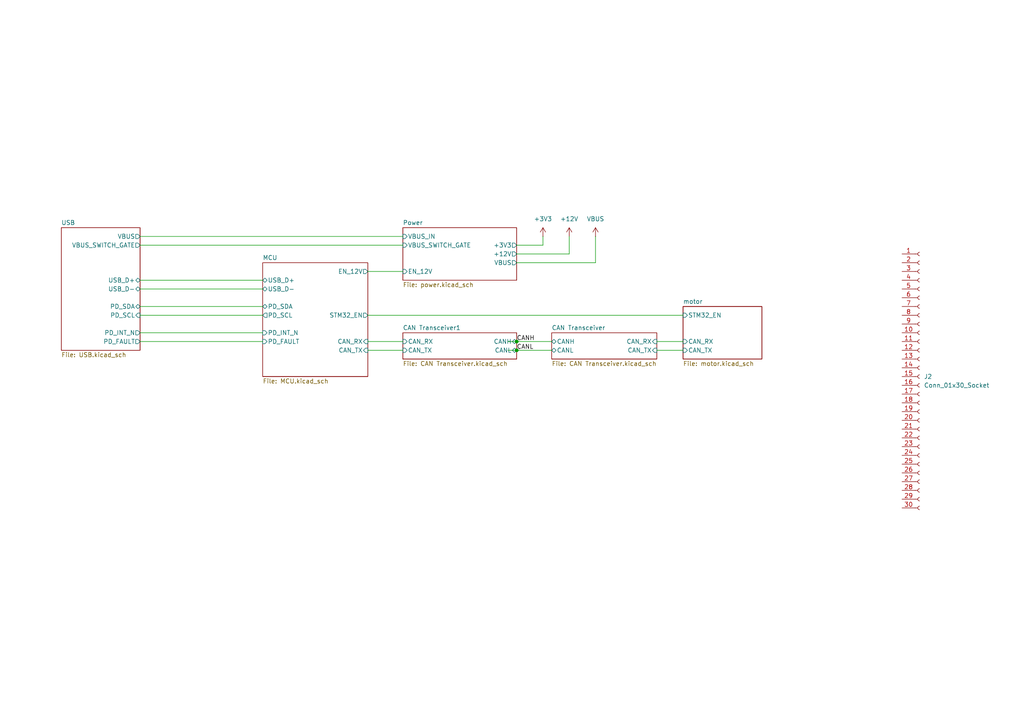
<source format=kicad_sch>
(kicad_sch (version 20250114) (generator "eeschema") (generator_version "9.0")
  (paper "A4")
  (lib_symbols
    (symbol "Connector:Conn_01x30_Socket" (pin_names (offset 1.016) (hide yes))
      (property "Reference" "J" (at 0 38.1 0))
      (property "Value" "Conn_01x30_Socket" (at 0 -40.64 0))
      (symbol "Conn_01x30_Socket_1_1"
        (polyline (pts (xy -1.27 35.56) (xy -0.508 35.56)) (stroke (width 0.1524)))
        (polyline (pts (xy -1.27 33.02) (xy -0.508 33.02)) (stroke (width 0.1524)))
        (polyline (pts (xy -1.27 30.48) (xy -0.508 30.48)) (stroke (width 0.1524)))
        (polyline (pts (xy -1.27 27.94) (xy -0.508 27.94)) (stroke (width 0.1524)))
        (polyline (pts (xy -1.27 25.4) (xy -0.508 25.4)) (stroke (width 0.1524)))
        (polyline (pts (xy -1.27 22.86) (xy -0.508 22.86)) (stroke (width 0.1524)))
        (polyline (pts (xy -1.27 20.32) (xy -0.508 20.32)) (stroke (width 0.1524)))
        (polyline (pts (xy -1.27 17.78) (xy -0.508 17.78)) (stroke (width 0.1524)))
        (polyline (pts (xy -1.27 15.24) (xy -0.508 15.24)) (stroke (width 0.1524)))
        (polyline (pts (xy -1.27 12.7) (xy -0.508 12.7)) (stroke (width 0.1524)))
        (polyline (pts (xy -1.27 10.16) (xy -0.508 10.16)) (stroke (width 0.1524)))
        (polyline (pts (xy -1.27 7.62) (xy -0.508 7.62)) (stroke (width 0.1524)))
        (polyline (pts (xy -1.27 5.08) (xy -0.508 5.08)) (stroke (width 0.1524)))
        (polyline (pts (xy -1.27 2.54) (xy -0.508 2.54)) (stroke (width 0.1524)))
        (polyline (pts (xy -1.27 0) (xy -0.508 0)) (stroke (width 0.1524)))
        (polyline (pts (xy -1.27 -2.54) (xy -0.508 -2.54)) (stroke (width 0.1524)))
        (polyline (pts (xy -1.27 -5.08) (xy -0.508 -5.08)) (stroke (width 0.1524)))
        (polyline (pts (xy -1.27 -7.62) (xy -0.508 -7.62)) (stroke (width 0.1524)))
        (polyline (pts (xy -1.27 -10.16) (xy -0.508 -10.16)) (stroke (width 0.1524)))
        (polyline (pts (xy -1.27 -12.7) (xy -0.508 -12.7)) (stroke (width 0.1524)))
        (polyline (pts (xy -1.27 -15.24) (xy -0.508 -15.24)) (stroke (width 0.1524)))
        (polyline (pts (xy -1.27 -17.78) (xy -0.508 -17.78)) (stroke (width 0.1524)))
        (polyline (pts (xy -1.27 -20.32) (xy -0.508 -20.32)) (stroke (width 0.1524)))
        (polyline (pts (xy -1.27 -22.86) (xy -0.508 -22.86)) (stroke (width 0.1524)))
        (polyline (pts (xy -1.27 -25.4) (xy -0.508 -25.4)) (stroke (width 0.1524)))
        (polyline (pts (xy -1.27 -27.94) (xy -0.508 -27.94)) (stroke (width 0.1524)))
        (polyline (pts (xy -1.27 -30.48) (xy -0.508 -30.48)) (stroke (width 0.1524)))
        (polyline (pts (xy -1.27 -33.02) (xy -0.508 -33.02)) (stroke (width 0.1524)))
        (polyline (pts (xy -1.27 -35.56) (xy -0.508 -35.56)) (stroke (width 0.1524)))
        (polyline (pts (xy -1.27 -38.1) (xy -0.508 -38.1)) (stroke (width 0.1524)))
        (arc (start 0 35.052) (mid -0.5058 35.56) (end 0 36.068) (stroke (width 0.1524)))
        (arc (start 0 32.512) (mid -0.5058 33.02) (end 0 33.528) (stroke (width 0.1524)))
        (arc (start 0 29.972) (mid -0.5058 30.48) (end 0 30.988) (stroke (width 0.1524)))
        (arc (start 0 27.432) (mid -0.5058 27.94) (end 0 28.448) (stroke (width 0.1524)))
        (arc (start 0 24.892) (mid -0.5058 25.4) (end 0 25.908) (stroke (width 0.1524)))
        (arc (start 0 22.352) (mid -0.5058 22.86) (end 0 23.368) (stroke (width 0.1524)))
        (arc (start 0 19.812) (mid -0.5058 20.32) (end 0 20.828) (stroke (width 0.1524)))
        (arc (start 0 17.272) (mid -0.5058 17.78) (end 0 18.288) (stroke (width 0.1524)))
        (arc (start 0 14.732) (mid -0.5058 15.24) (end 0 15.748) (stroke (width 0.1524)))
        (arc (start 0 12.192) (mid -0.5058 12.7) (end 0 13.208) (stroke (width 0.1524)))
        (arc (start 0 9.652) (mid -0.5058 10.16) (end 0 10.668) (stroke (width 0.1524)))
        (arc (start 0 7.112) (mid -0.5058 7.62) (end 0 8.128) (stroke (width 0.1524)))
        (arc (start 0 4.572) (mid -0.5058 5.08) (end 0 5.588) (stroke (width 0.1524)))
        (arc (start 0 2.032) (mid -0.5058 2.54) (end 0 3.048) (stroke (width 0.1524)))
        (arc (start 0 -0.508) (mid -0.5058 0) (end 0 0.508) (stroke (width 0.1524)))
        (arc (start 0 -3.048) (mid -0.5058 -2.54) (end 0 -2.032) (stroke (width 0.1524)))
        (arc (start 0 -5.588) (mid -0.5058 -5.08) (end 0 -4.572) (stroke (width 0.1524)))
        (arc (start 0 -8.128) (mid -0.5058 -7.62) (end 0 -7.112) (stroke (width 0.1524)))
        (arc (start 0 -10.668) (mid -0.5058 -10.16) (end 0 -9.652) (stroke (width 0.1524)))
        (arc (start 0 -13.208) (mid -0.5058 -12.7) (end 0 -12.192) (stroke (width 0.1524)))
        (arc (start 0 -15.748) (mid -0.5058 -15.24) (end 0 -14.732) (stroke (width 0.1524)))
        (arc (start 0 -18.288) (mid -0.5058 -17.78) (end 0 -17.272) (stroke (width 0.1524)))
        (arc (start 0 -20.828) (mid -0.5058 -20.32) (end 0 -19.812) (stroke (width 0.1524)))
        (arc (start 0 -23.368) (mid -0.5058 -22.86) (end 0 -22.352) (stroke (width 0.1524)))
        (arc (start 0 -25.908) (mid -0.5058 -25.4) (end 0 -24.892) (stroke (width 0.1524)))
        (arc (start 0 -28.448) (mid -0.5058 -27.94) (end 0 -27.432) (stroke (width 0.1524)))
        (arc (start 0 -30.988) (mid -0.5058 -30.48) (end 0 -29.972) (stroke (width 0.1524)))
        (arc (start 0 -33.528) (mid -0.5058 -33.02) (end 0 -32.512) (stroke (width 0.1524)))
        (arc (start 0 -36.068) (mid -0.5058 -35.56) (end 0 -35.052) (stroke (width 0.1524)))
        (arc (start 0 -38.608) (mid -0.5058 -38.1) (end 0 -37.592) (stroke (width 0.1524)))
        (pin passive line (at -5.08 35.56 0) (length 3.81) (name "Pin_1") (number "1"))
        (pin passive line (at -5.08 33.02 0) (length 3.81) (name "Pin_2") (number "2"))
        (pin passive line (at -5.08 30.48 0) (length 3.81) (name "Pin_3") (number "3"))
        (pin passive line (at -5.08 27.94 0) (length 3.81) (name "Pin_4") (number "4"))
        (pin passive line (at -5.08 25.4 0) (length 3.81) (name "Pin_5") (number "5"))
        (pin passive line (at -5.08 22.86 0) (length 3.81) (name "Pin_6") (number "6"))
        (pin passive line (at -5.08 20.32 0) (length 3.81) (name "Pin_7") (number "7"))
        (pin passive line (at -5.08 17.78 0) (length 3.81) (name "Pin_8") (number "8"))
        (pin passive line (at -5.08 15.24 0) (length 3.81) (name "Pin_9") (number "9"))
        (pin passive line (at -5.08 12.7 0) (length 3.81) (name "Pin_10") (number "10"))
        (pin passive line (at -5.08 10.16 0) (length 3.81) (name "Pin_11") (number "11"))
        (pin passive line (at -5.08 7.62 0) (length 3.81) (name "Pin_12") (number "12"))
        (pin passive line (at -5.08 5.08 0) (length 3.81) (name "Pin_13") (number "13"))
        (pin passive line (at -5.08 2.54 0) (length 3.81) (name "Pin_14") (number "14"))
        (pin passive line (at -5.08 0 0) (length 3.81) (name "Pin_15") (number "15"))
        (pin passive line (at -5.08 -2.54 0) (length 3.81) (name "Pin_16") (number "16"))
        (pin passive line (at -5.08 -5.08 0) (length 3.81) (name "Pin_17") (number "17"))
        (pin passive line (at -5.08 -7.62 0) (length 3.81) (name "Pin_18") (number "18"))
        (pin passive line (at -5.08 -10.16 0) (length 3.81) (name "Pin_19") (number "19"))
        (pin passive line (at -5.08 -12.7 0) (length 3.81) (name "Pin_20") (number "20"))
        (pin passive line (at -5.08 -15.24 0) (length 3.81) (name "Pin_21") (number "21"))
        (pin passive line (at -5.08 -17.78 0) (length 3.81) (name "Pin_22") (number "22"))
        (pin passive line (at -5.08 -20.32 0) (length 3.81) (name "Pin_23") (number "23"))
        (pin passive line (at -5.08 -22.86 0) (length 3.81) (name "Pin_24") (number "24"))
        (pin passive line (at -5.08 -25.4 0) (length 3.81) (name "Pin_25") (number "25"))
        (pin passive line (at -5.08 -27.94 0) (length 3.81) (name "Pin_26") (number "26"))
        (pin passive line (at -5.08 -30.48 0) (length 3.81) (name "Pin_27") (number "27"))
        (pin passive line (at -5.08 -33.02 0) (length 3.81) (name "Pin_28") (number "28"))
        (pin passive line (at -5.08 -35.56 0) (length 3.81) (name "Pin_29") (number "29"))
        (pin passive line (at -5.08 -38.1 0) (length 3.81) (name "Pin_30") (number "30"))
      )
    )
    (symbol "power:+12V" (power) (pin_numbers (hide yes)) (pin_names (offset 0) (hide yes))
      (property "Value" "+12V" (at 0 3.556 0))
      (symbol "+12V_0_1"
        (polyline (pts (xy -0.762 1.27) (xy 0 2.54)))
        (polyline (pts (xy 0 2.54) (xy 0.762 1.27)))
        (polyline (pts (xy 0 0) (xy 0 2.54)))
      )
      (symbol "+12V_1_1"
        (pin power_in line (at 0 0 90) (length 0) (name "~") (number "1"))
      )
    )
    (symbol "power:+3V3" (power) (pin_numbers (hide yes)) (pin_names (offset 0) (hide yes))
      (property "Value" "+3V3" (at 0 3.556 0))
      (symbol "+3V3_0_1"
        (polyline (pts (xy -0.762 1.27) (xy 0 2.54)))
        (polyline (pts (xy 0 2.54) (xy 0.762 1.27)))
        (polyline (pts (xy 0 0) (xy 0 2.54)))
      )
      (symbol "+3V3_1_1"
        (pin power_in line (at 0 0 90) (length 0) (name "~") (number "1"))
      )
    )
    (symbol "power:VBUS" (power) (pin_numbers (hide yes)) (pin_names (offset 0) (hide yes))
      (property "Value" "VBUS" (at 0 3.556 0))
      (symbol "VBUS_0_1"
        (polyline (pts (xy -0.762 1.27) (xy 0 2.54)))
        (polyline (pts (xy 0 2.54) (xy 0.762 1.27)))
        (polyline (pts (xy 0 0) (xy 0 2.54)))
      )
      (symbol "VBUS_1_1"
        (pin power_in line (at 0 0 90) (length 0) (name "~") (number "1"))
      )
    )
  )
  (junction (at 149.86 101.6))
  (junction (at 149.86 99.06))
  (wire (pts (xy 147.32 99.06) (xy 149.86 99.06)))
  (wire (pts (xy 40.64 88.9) (xy 76.2 88.9)))
  (wire (pts (xy 40.64 91.44) (xy 76.2 91.44)))
  (wire (pts (xy 40.64 83.82) (xy 76.2 83.82)))
  (wire (pts (xy 40.64 68.58) (xy 116.84 68.58)))
  (wire (pts (xy 40.64 99.06) (xy 76.2 99.06)))
  (wire (pts (xy 40.64 71.12) (xy 116.84 71.12)))
  (wire (pts (xy 172.72 68.58) (xy 172.72 76.2)))
  (wire (pts (xy 157.48 68.58) (xy 157.48 71.12)))
  (wire (pts (xy 106.68 78.74) (xy 116.84 78.74)))
  (wire (pts (xy 106.68 99.06) (xy 116.84 99.06)))
  (wire (pts (xy 106.68 101.6) (xy 116.84 101.6)))
  (wire (pts (xy 149.86 101.6) (xy 160.02 101.6)))
  (wire (pts (xy 190.5 99.06) (xy 198.12 99.06)))
  (wire (pts (xy 149.86 76.2) (xy 172.72 76.2)))
  (wire (pts (xy 165.1 68.58) (xy 165.1 73.66)))
  (wire (pts (xy 149.86 73.66) (xy 165.1 73.66)))
  (wire (pts (xy 106.68 91.44) (xy 198.12 91.44)))
  (wire (pts (xy 190.5 101.6) (xy 198.12 101.6)))
  (wire (pts (xy 147.32 101.6) (xy 149.86 101.6)))
  (wire (pts (xy 149.86 99.06) (xy 160.02 99.06)))
  (wire (pts (xy 40.64 81.28) (xy 76.2 81.28)))
  (wire (pts (xy 149.86 71.12) (xy 157.48 71.12)))
  (wire (pts (xy 40.64 96.52) (xy 76.2 96.52)))
  (label "CANL" (at 149.86 101.6 0))
  (label "CANH" (at 149.86 99.06 0))
  (symbol (lib_id "Connector:Conn_01x30_Socket") (at 266.7 109.22 0) (unit 1)
    (property "Reference" "J2" (at 267.97 109.2199 0) (effects (justify left)))
    (property "Value" "Conn_01x30_Socket" (at 267.97 111.7599 0) (effects (justify left)))
    (property "Description" "Generic connector, single row, 01x30, script generated" (effects (hide yes)))
  )
  (symbol (lib_id "power:VBUS") (at 172.72 68.58 0) (unit 1)
    (property "Reference" "#PWR063" (effects (hide yes)))
    (property "Value" "VBUS" (at 172.72 63.5 0))
    (property "Description" "Power symbol creates a global label with name \"VBUS\"" (effects (hide yes)))
  )
  (symbol (lib_id "power:+12V") (at 165.1 68.58 0) (unit 1)
    (property "Reference" "#PWR014" (effects (hide yes)))
    (property "Value" "+12V" (at 165.1 63.5 0))
    (property "Description" "Power symbol creates a global label with name \"+12V\"" (effects (hide yes)))
  )
  (symbol (lib_id "power:+3V3") (at 157.48 68.58 0) (unit 1)
    (property "Reference" "#PWR09" (effects (hide yes)))
    (property "Value" "+3V3" (at 157.48 63.5 0))
    (property "Description" "Power symbol creates a global label with name \"+3V3\"" (effects (hide yes)))
  )
  (sheet (at 116.84 96.52) (size 33.02 7.62) (stroke (width 0.1524))
    (property "Sheetname" "CAN Transceiver1" (at 116.84 95.8084 0) (effects (justify left bottom)))
    (property "Sheetfile" "CAN Transceiver.kicad_sch" (at 116.84 104.7246 0) (effects (justify left top)))
    (pin "CANH" bidirectional (at 149.86 99.06 0))
    (pin "CANL" bidirectional (at 149.86 101.6 0))
    (pin "CAN_RX" input (at 116.84 99.06 180))
    (pin "CAN_TX" input (at 116.84 101.6 180))
  )
  (sheet (at 76.2 76.2) (size 30.48 33.02) (stroke (width 0.1524))
    (property "Sheetname" "MCU" (at 76.2 75.4884 0) (effects (justify left bottom)))
    (property "Sheetfile" "MCU.kicad_sch" (at 76.2 109.8046 0) (effects (justify left top)))
    (pin "PD_FAULT" input (at 76.2 99.06 180))
    (pin "PD_INT_N" input (at 76.2 96.52 180))
    (pin "PD_SCL" output (at 76.2 91.44 180))
    (pin "PD_SDA" bidirectional (at 76.2 88.9 180))
    (pin "USB_D+" bidirectional (at 76.2 81.28 180))
    (pin "USB_D-" bidirectional (at 76.2 83.82 180))
    (pin "EN_12V" output (at 106.68 78.74 0))
    (pin "STM32_EN" output (at 106.68 91.44 0))
    (pin "CAN_RX" input (at 106.68 99.06 0))
    (pin "CAN_TX" input (at 106.68 101.6 0))
  )
  (sheet (at 160.02 96.52) (size 30.48 7.62) (stroke (width 0.1524))
    (property "Sheetname" "CAN Transceiver" (at 160.02 95.8084 0) (effects (justify left bottom)))
    (property "Sheetfile" "CAN Transceiver.kicad_sch" (at 160.02 104.7246 0) (effects (justify left top)))
    (pin "CANH" bidirectional (at 160.02 99.06 180))
    (pin "CANL" bidirectional (at 160.02 101.6 180))
    (pin "CAN_RX" input (at 190.5 99.06 0))
    (pin "CAN_TX" input (at 190.5 101.6 0))
  )
  (sheet (at 17.78 66.04) (size 22.86 35.56) (stroke (width 0.1524))
    (property "Sheetname" "USB" (at 17.78 65.3284 0) (effects (justify left bottom)))
    (property "Sheetfile" "USB.kicad_sch" (at 17.78 102.1846 0) (effects (justify left top)))
    (pin "PD_FAULT" output (at 40.64 99.06 0))
    (pin "PD_INT_N" output (at 40.64 96.52 0))
    (pin "PD_SCL" input (at 40.64 91.44 0))
    (pin "PD_SDA" bidirectional (at 40.64 88.9 0))
    (pin "USB_D+" bidirectional (at 40.64 81.28 0))
    (pin "USB_D-" bidirectional (at 40.64 83.82 0))
    (pin "VBUS" output (at 40.64 68.58 0))
    (pin "VBUS_SWITCH_GATE" output (at 40.64 71.12 0))
  )
  (sheet (at 198.12 88.9) (size 22.86 15.24) (stroke (width 0.1524))
    (property "Sheetname" "motor" (at 198.12 88.1884 0) (effects (justify left bottom)))
    (property "Sheetfile" "motor.kicad_sch" (at 198.12 104.7246 0) (effects (justify left top)))
    (pin "STM32_EN" input (at 198.12 91.44 180))
    (pin "CAN_RX" input (at 198.12 99.06 180))
    (pin "CAN_TX" input (at 198.12 101.6 180))
  )
  (sheet (at 116.84 66.04) (size 33.02 15.24) (stroke (width 0.1524))
    (property "Sheetname" "Power" (at 116.84 65.3284 0) (effects (justify left bottom)))
    (property "Sheetfile" "power.kicad_sch" (at 116.84 81.8646 0) (effects (justify left top)))
    (pin "+3V3" output (at 149.86 71.12 0))
    (pin "+12V" output (at 149.86 73.66 0))
    (pin "EN_12V" input (at 116.84 78.74 180))
    (pin "VBUS_IN" input (at 116.84 68.58 180))
    (pin "VBUS" output (at 149.86 76.2 0))
    (pin "VBUS_SWITCH_GATE" input (at 116.84 71.12 180))
  )
)
</source>
